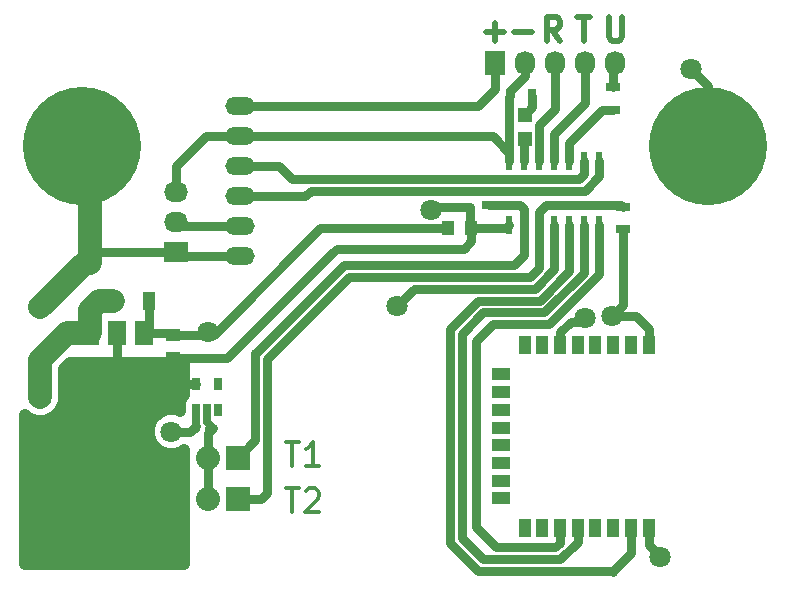
<source format=gbr>
G04 #@! TF.FileFunction,Copper,L1,Top,Signal*
%FSLAX46Y46*%
G04 Gerber Fmt 4.6, Leading zero omitted, Abs format (unit mm)*
G04 Created by KiCad (PCBNEW 4.0.6) date Saturday, 10 September 2022 'PMt' 16:36:59*
%MOMM*%
%LPD*%
G01*
G04 APERTURE LIST*
%ADD10C,0.100000*%
%ADD11C,0.300000*%
%ADD12C,0.500000*%
%ADD13R,1.000000X1.600000*%
%ADD14R,1.250000X1.000000*%
%ADD15R,1.000000X1.250000*%
%ADD16R,0.600000X1.500000*%
%ADD17R,2.032000X1.727200*%
%ADD18O,2.032000X1.727200*%
%ADD19R,2.032000X2.032000*%
%ADD20O,2.032000X2.032000*%
%ADD21R,1.727200X2.032000*%
%ADD22O,1.727200X2.032000*%
%ADD23R,1.300000X0.700000*%
%ADD24R,3.800000X2.000000*%
%ADD25R,1.500000X2.000000*%
%ADD26O,2.500000X1.524000*%
%ADD27R,0.650000X1.060000*%
%ADD28R,1.524000X1.000000*%
%ADD29R,1.000000X1.524000*%
%ADD30C,10.000000*%
%ADD31R,1.198880X1.198880*%
%ADD32R,0.700000X1.300000*%
%ADD33C,1.998980*%
%ADD34C,1.800000*%
%ADD35C,0.800000*%
%ADD36C,0.700000*%
%ADD37C,2.000000*%
%ADD38C,1.000000*%
G04 APERTURE END LIST*
D10*
D11*
X23376190Y7695238D02*
X24519047Y7695238D01*
X23947619Y5695238D02*
X23947619Y7695238D01*
X25090476Y7504762D02*
X25185714Y7600000D01*
X25376191Y7695238D01*
X25852381Y7695238D01*
X26042857Y7600000D01*
X26138095Y7504762D01*
X26233334Y7314286D01*
X26233334Y7123810D01*
X26138095Y6838095D01*
X24995238Y5695238D01*
X26233334Y5695238D01*
X23376190Y11595238D02*
X24519047Y11595238D01*
X23947619Y9595238D02*
X23947619Y11595238D01*
X26233334Y9595238D02*
X25090476Y9595238D01*
X25661905Y9595238D02*
X25661905Y11595238D01*
X25471429Y11309524D01*
X25280953Y11119048D01*
X25090476Y11023810D01*
D12*
X50728571Y47595238D02*
X50728571Y45976190D01*
X50823810Y45785714D01*
X50919048Y45690476D01*
X51109524Y45595238D01*
X51490476Y45595238D01*
X51680952Y45690476D01*
X51776191Y45785714D01*
X51871429Y45976190D01*
X51871429Y47595238D01*
X48028571Y47595238D02*
X49171428Y47595238D01*
X48600000Y45595238D02*
X48600000Y47595238D01*
X46619048Y45595238D02*
X45952381Y46547619D01*
X45476190Y45595238D02*
X45476190Y47595238D01*
X46238095Y47595238D01*
X46428571Y47500000D01*
X46523810Y47404762D01*
X46619048Y47214286D01*
X46619048Y46928571D01*
X46523810Y46738095D01*
X46428571Y46642857D01*
X46238095Y46547619D01*
X45476190Y46547619D01*
X42738095Y46357143D02*
X44261905Y46357143D01*
X40338095Y46357143D02*
X41861905Y46357143D01*
X41100000Y45595238D02*
X41100000Y47119048D01*
D13*
X8800000Y23600000D03*
X11800000Y23600000D03*
D14*
X13800000Y20700000D03*
X13800000Y18700000D03*
D15*
X39100000Y29700000D03*
X37100000Y29700000D03*
D16*
X42290000Y30000000D03*
X43560000Y30000000D03*
X44830000Y30000000D03*
X46100000Y30000000D03*
X47370000Y30000000D03*
X48640000Y30000000D03*
X49910000Y30000000D03*
X49910000Y35400000D03*
X48640000Y35400000D03*
X47370000Y35400000D03*
X46100000Y35400000D03*
X44830000Y35400000D03*
X43560000Y35400000D03*
X42290000Y35400000D03*
D17*
X14100000Y27700000D03*
D18*
X14100000Y30240000D03*
X14100000Y32780000D03*
D19*
X19300000Y10300000D03*
D20*
X16760000Y10300000D03*
D19*
X19300000Y6800000D03*
D20*
X16760000Y6800000D03*
D21*
X41100000Y43700000D03*
D22*
X43640000Y43700000D03*
X46180000Y43700000D03*
X48720000Y43700000D03*
X51260000Y43700000D03*
D23*
X51100000Y41650000D03*
X51100000Y39750000D03*
X40600000Y29750000D03*
X40600000Y31650000D03*
X51900000Y29650000D03*
X51900000Y31550000D03*
D24*
X9100000Y14550000D03*
D25*
X9100000Y20850000D03*
X6800000Y20850000D03*
X11400000Y20850000D03*
D26*
X19480000Y34970000D03*
X19480000Y37510000D03*
X19480000Y40050000D03*
X19480000Y32430000D03*
X19480000Y29890000D03*
X19480000Y27350000D03*
D27*
X15750000Y14300000D03*
X16700000Y14300000D03*
X17650000Y14300000D03*
X17650000Y16500000D03*
X15750000Y16500000D03*
D28*
X41600000Y12850000D03*
X41600000Y14350000D03*
X41600000Y15850000D03*
X41600000Y17350000D03*
X41600000Y11350000D03*
X41600000Y9850000D03*
X41600000Y8350000D03*
X41600000Y6850000D03*
D29*
X43600000Y4350000D03*
X45100000Y4350000D03*
X46600000Y4350000D03*
X48100000Y4350000D03*
X49600000Y4350000D03*
X51100000Y4350000D03*
X52600000Y4350000D03*
X54100000Y4350000D03*
X54100000Y19850000D03*
X52600000Y19850000D03*
X51100000Y19850000D03*
X49600000Y19850000D03*
X48100000Y19850000D03*
X46600000Y19850000D03*
X45100000Y19850000D03*
X43600000Y19850000D03*
D30*
X6100000Y36700000D03*
X59100000Y36700000D03*
D31*
X43600000Y39349020D03*
X43600000Y37250980D03*
D32*
X42350000Y40900000D03*
X44250000Y40900000D03*
D33*
X2600000Y15400000D03*
X2600000Y23020000D03*
D34*
X55100000Y1900000D03*
X16800000Y20900000D03*
X57700000Y43200000D03*
X51000000Y22300000D03*
X35700000Y31300000D03*
X13700000Y12500000D03*
X32800000Y23100000D03*
X48700000Y22100000D03*
D35*
X54100000Y4350000D02*
X54100000Y2900000D01*
X54100000Y2900000D02*
X55100000Y1900000D01*
X42290000Y40840000D02*
X42290000Y38890000D01*
X42290000Y38890000D02*
X42290000Y35400000D01*
X42290000Y40840000D02*
X42350000Y40900000D01*
X42350000Y40900000D02*
X42350000Y41350000D01*
X42350000Y41350000D02*
X43640000Y42640000D01*
X43640000Y42640000D02*
X43640000Y43700000D01*
X13800000Y20700000D02*
X17300000Y20700000D01*
X26300000Y29700000D02*
X37100000Y29700000D01*
X17300000Y20700000D02*
X26300000Y29700000D01*
X13800000Y20700000D02*
X16600000Y20700000D01*
X16600000Y20700000D02*
X16800000Y20900000D01*
X16760000Y10300000D02*
X16760000Y12360000D01*
X16760000Y12360000D02*
X17200000Y12800000D01*
X16760000Y6800000D02*
X16760000Y10300000D01*
X42290000Y35400000D02*
X42290000Y36110000D01*
X42290000Y36110000D02*
X40890000Y37510000D01*
X40890000Y37510000D02*
X19480000Y37510000D01*
X19480000Y37510000D02*
X16610000Y37510000D01*
X14100000Y35000000D02*
X14100000Y32780000D01*
X16610000Y37510000D02*
X14100000Y35000000D01*
D36*
X16700000Y14300000D02*
X16700000Y13300000D01*
X16700000Y13300000D02*
X17200000Y12800000D01*
D35*
X16900000Y12800000D02*
X17200000Y12800000D01*
X11400000Y20850000D02*
X13650000Y20850000D01*
X13650000Y20850000D02*
X13800000Y20700000D01*
X11800000Y23600000D02*
X11800000Y21250000D01*
X11800000Y21250000D02*
X11400000Y20850000D01*
X43560000Y30000000D02*
X43560000Y27460010D01*
X20800000Y19200000D02*
X20800000Y11800000D01*
X20800000Y11800000D02*
X19300000Y10300000D01*
X20900000Y19200000D02*
X20800000Y19200000D01*
X27400000Y25700000D02*
X20900000Y19200000D01*
X28300010Y26600010D02*
X27400000Y25700000D01*
X42700000Y26600010D02*
X28300010Y26600010D01*
X43560000Y27460010D02*
X42700000Y26600010D01*
X43560000Y30000000D02*
X43560000Y31340000D01*
X43250000Y31650000D02*
X40600000Y31650000D01*
X43560000Y31340000D02*
X43250000Y31650000D01*
X44830000Y30000000D02*
X44830000Y26386864D01*
X21800002Y18685786D02*
X21800002Y7300002D01*
X21800002Y7300002D02*
X21300000Y6800000D01*
X21300000Y6800000D02*
X19300000Y6800000D01*
X28714224Y25600008D02*
X21800002Y18685786D01*
X44043144Y25600008D02*
X28714224Y25600008D01*
X44830000Y26386864D02*
X44043144Y25600008D01*
X44830000Y30000000D02*
X44830000Y31130000D01*
X45400000Y31700000D02*
X51750000Y31700000D01*
X44830000Y31130000D02*
X45400000Y31700000D01*
X51750000Y31700000D02*
X51900000Y31550000D01*
X48640000Y30000000D02*
X48640000Y25954216D01*
X40100002Y22600002D02*
X38300000Y20800000D01*
X45285786Y22600002D02*
X40100002Y22600002D01*
X48640000Y25954216D02*
X45285786Y22600002D01*
X48100000Y4350000D02*
X48100000Y3185784D01*
X38300000Y3500000D02*
X38300000Y20800000D01*
X40100002Y1699998D02*
X38300000Y3500000D01*
X46614214Y1699998D02*
X40100002Y1699998D01*
X48100000Y3185784D02*
X46614214Y1699998D01*
X39500000Y20000000D02*
X39500000Y20200000D01*
X39500000Y4600000D02*
X39500000Y20000000D01*
X49910000Y25810000D02*
X49910000Y30000000D01*
X45700000Y21600000D02*
X49910000Y25810000D01*
X40900000Y21600000D02*
X45700000Y21600000D01*
X39500000Y20200000D02*
X40900000Y21600000D01*
X39500000Y4600000D02*
X39500000Y4400002D01*
X46200000Y2700000D02*
X41200002Y2700000D01*
X46600000Y3100000D02*
X46600000Y4350000D01*
X46600000Y3100000D02*
X46200000Y2700000D01*
X39500000Y4400002D02*
X41200002Y2700000D01*
X39500000Y4600000D02*
X39500000Y4600000D01*
X42300000Y32899998D02*
X25499998Y32899998D01*
X49910000Y34110000D02*
X48699998Y32899998D01*
X48699998Y32899998D02*
X42300000Y32899998D01*
X49910000Y35400000D02*
X49910000Y34110000D01*
X25030000Y32430000D02*
X19480000Y32430000D01*
X25499998Y32899998D02*
X25030000Y32430000D01*
X38400000Y33900000D02*
X23900000Y33900000D01*
X19480000Y34970000D02*
X22830000Y34970000D01*
X48640000Y34340000D02*
X48200000Y33900000D01*
X48200000Y33900000D02*
X38400000Y33900000D01*
X48640000Y34340000D02*
X48640000Y35400000D01*
X23900000Y33900000D02*
X22830000Y34970000D01*
X47370000Y35400000D02*
X47370000Y36970000D01*
X50150000Y39750000D02*
X51100000Y39750000D01*
X47370000Y36970000D02*
X50150000Y39750000D01*
X46100000Y35400000D02*
X46100000Y37700000D01*
X48720000Y40320000D02*
X48720000Y43700000D01*
X46100000Y37700000D02*
X48720000Y40320000D01*
X44830000Y35400000D02*
X44830000Y38430000D01*
X46180000Y39780000D02*
X46180000Y43700000D01*
X44830000Y38430000D02*
X46180000Y39780000D01*
D37*
X6800000Y26800000D02*
X6380000Y26800000D01*
X6380000Y26800000D02*
X2600000Y23020000D01*
X6800000Y26800000D02*
X6800000Y36000000D01*
D35*
X6800000Y36000000D02*
X6100000Y36700000D01*
X14100000Y27700000D02*
X7600000Y27700000D01*
X6800000Y26900000D02*
X6800000Y26800000D01*
X7600000Y27700000D02*
X6800000Y26900000D01*
X19480000Y27350000D02*
X14450000Y27350000D01*
X14450000Y27350000D02*
X14100000Y27700000D01*
X59100000Y36700000D02*
X59100000Y41800000D01*
X59100000Y41800000D02*
X57700000Y43200000D01*
X19480000Y29890000D02*
X14450000Y29890000D01*
X14450000Y29890000D02*
X14100000Y30240000D01*
X51100000Y41650000D02*
X51100000Y43540000D01*
X51100000Y43540000D02*
X51260000Y43700000D01*
X39100000Y29700000D02*
X39100000Y28600000D01*
X18400000Y18700000D02*
X27300000Y27600000D01*
X18400000Y18700000D02*
X13800000Y18700000D01*
X27700000Y28000000D02*
X27300000Y27600000D01*
X38500000Y28000000D02*
X27700000Y28000000D01*
X39100000Y28600000D02*
X38500000Y28000000D01*
X39100000Y29700000D02*
X40550000Y29700000D01*
X40550000Y29700000D02*
X40600000Y29750000D01*
X51900000Y29650000D02*
X51900000Y23200000D01*
X51900000Y23200000D02*
X51000000Y22300000D01*
X53000000Y22300000D02*
X51000000Y22300000D01*
X54100000Y19850000D02*
X54100000Y21200000D01*
X54100000Y21200000D02*
X53000000Y22300000D01*
X38950000Y31500000D02*
X35900000Y31500000D01*
X35900000Y31500000D02*
X35700000Y31300000D01*
X41100000Y43700000D02*
X41100000Y41500000D01*
X41100000Y41500000D02*
X39650000Y40050000D01*
X39650000Y40050000D02*
X19480000Y40050000D01*
X15750000Y16500000D02*
X14500000Y16500000D01*
X14500000Y16500000D02*
X13800000Y17200000D01*
X13800000Y18700000D02*
X13800000Y17200000D01*
X13800000Y17200000D02*
X13800000Y15100000D01*
X13250000Y14550000D02*
X9100000Y14550000D01*
X13800000Y15100000D02*
X13250000Y14550000D01*
X9100000Y20850000D02*
X9100000Y14550000D01*
X38950000Y31500000D02*
X38950000Y29850000D01*
X38950000Y29850000D02*
X39100000Y29700000D01*
X39100000Y29700000D02*
X42100000Y29700000D01*
X42100000Y29700000D02*
X42290000Y30000000D01*
X39150000Y29650000D02*
X39100000Y29700000D01*
X13700000Y12500000D02*
X15300000Y12500000D01*
X15300000Y12500000D02*
X15750000Y12950000D01*
D37*
X6800000Y20850000D02*
X6800000Y22800000D01*
X7600000Y23600000D02*
X8800000Y23600000D01*
X6800000Y22800000D02*
X7600000Y23600000D01*
X2600000Y15400000D02*
X2600000Y18600000D01*
X4850000Y20850000D02*
X6800000Y20850000D01*
X2600000Y18600000D02*
X4850000Y20850000D01*
D36*
X15750000Y14300000D02*
X15750000Y12950000D01*
X15750000Y12950000D02*
X15750000Y12750000D01*
D35*
X44250000Y40900000D02*
X44250000Y39999020D01*
X44250000Y39999020D02*
X43600000Y39349020D01*
X43560000Y35400000D02*
X43560000Y37210980D01*
X43560000Y37210980D02*
X43600000Y37250980D01*
X46100000Y28371568D02*
X46100000Y26242648D01*
X34199996Y24499996D02*
X32800000Y23100000D01*
X46100000Y28371568D02*
X46100000Y30000000D01*
X34300006Y24600006D02*
X34199996Y24499996D01*
X44457358Y24600006D02*
X34300006Y24600006D01*
X46100000Y26242648D02*
X44457358Y24600006D01*
X46600000Y20900000D02*
X46600000Y19850000D01*
X47500000Y21800000D02*
X46600000Y20900000D01*
X48400000Y21800000D02*
X47500000Y21800000D01*
X48700000Y22100000D02*
X48400000Y21800000D01*
X51050000Y650000D02*
X51000004Y699996D01*
X51000004Y699996D02*
X51099996Y699996D01*
X52600000Y2200000D02*
X52600000Y4350000D01*
X51099996Y699996D02*
X52600000Y2200000D01*
X47370000Y30000000D02*
X47370000Y26098432D01*
X51050000Y650000D02*
X51100000Y600000D01*
X39685788Y699996D02*
X51000004Y699996D01*
X37299998Y3085786D02*
X39685788Y699996D01*
X37299998Y21214214D02*
X37299998Y3085786D01*
X39685788Y23600004D02*
X37299998Y21214214D01*
X44871572Y23600004D02*
X39685788Y23600004D01*
X47370000Y26098432D02*
X44871572Y23600004D01*
D38*
G36*
X14800000Y15616146D02*
X14714069Y15560851D01*
X14485738Y15226678D01*
X14405409Y14830000D01*
X14405409Y14327193D01*
X14400000Y14300000D01*
X14400000Y14266624D01*
X14079591Y14399669D01*
X13323725Y14400329D01*
X12625143Y14111681D01*
X12090198Y13577669D01*
X11800331Y12879591D01*
X11799671Y12123725D01*
X12088319Y11425143D01*
X12622331Y10890198D01*
X13320409Y10600331D01*
X14076275Y10599671D01*
X14774857Y10888319D01*
X14800000Y10913418D01*
X14800000Y10621027D01*
X14744000Y10339496D01*
X14744000Y10260504D01*
X14800000Y9978973D01*
X14800000Y7121027D01*
X14744000Y6839496D01*
X14744000Y6760504D01*
X14800000Y6478973D01*
X14800000Y1275000D01*
X1275000Y1275000D01*
X1275000Y13897139D01*
X1465901Y13705904D01*
X1832451Y13553699D01*
X1834633Y13552241D01*
X1837184Y13551734D01*
X2200532Y13400858D01*
X2597427Y13400512D01*
X2600000Y13400000D01*
X2602550Y13400507D01*
X2995978Y13400164D01*
X3362793Y13551729D01*
X3365367Y13552241D01*
X3367530Y13553686D01*
X3731140Y13703927D01*
X4012029Y13984326D01*
X4014214Y13985786D01*
X4015661Y13987952D01*
X4294096Y14265901D01*
X4446301Y14632451D01*
X4447759Y14634633D01*
X4448266Y14637184D01*
X4599142Y15000532D01*
X4599488Y15397427D01*
X4600000Y15400000D01*
X4600000Y17771572D01*
X5128428Y18300000D01*
X14800000Y18300000D01*
X14800000Y15616146D01*
X14800000Y15616146D01*
G37*
X14800000Y15616146D02*
X14714069Y15560851D01*
X14485738Y15226678D01*
X14405409Y14830000D01*
X14405409Y14327193D01*
X14400000Y14300000D01*
X14400000Y14266624D01*
X14079591Y14399669D01*
X13323725Y14400329D01*
X12625143Y14111681D01*
X12090198Y13577669D01*
X11800331Y12879591D01*
X11799671Y12123725D01*
X12088319Y11425143D01*
X12622331Y10890198D01*
X13320409Y10600331D01*
X14076275Y10599671D01*
X14774857Y10888319D01*
X14800000Y10913418D01*
X14800000Y10621027D01*
X14744000Y10339496D01*
X14744000Y10260504D01*
X14800000Y9978973D01*
X14800000Y7121027D01*
X14744000Y6839496D01*
X14744000Y6760504D01*
X14800000Y6478973D01*
X14800000Y1275000D01*
X1275000Y1275000D01*
X1275000Y13897139D01*
X1465901Y13705904D01*
X1832451Y13553699D01*
X1834633Y13552241D01*
X1837184Y13551734D01*
X2200532Y13400858D01*
X2597427Y13400512D01*
X2600000Y13400000D01*
X2602550Y13400507D01*
X2995978Y13400164D01*
X3362793Y13551729D01*
X3365367Y13552241D01*
X3367530Y13553686D01*
X3731140Y13703927D01*
X4012029Y13984326D01*
X4014214Y13985786D01*
X4015661Y13987952D01*
X4294096Y14265901D01*
X4446301Y14632451D01*
X4447759Y14634633D01*
X4448266Y14637184D01*
X4599142Y15000532D01*
X4599488Y15397427D01*
X4600000Y15400000D01*
X4600000Y17771572D01*
X5128428Y18300000D01*
X14800000Y18300000D01*
X14800000Y15616146D01*
M02*

</source>
